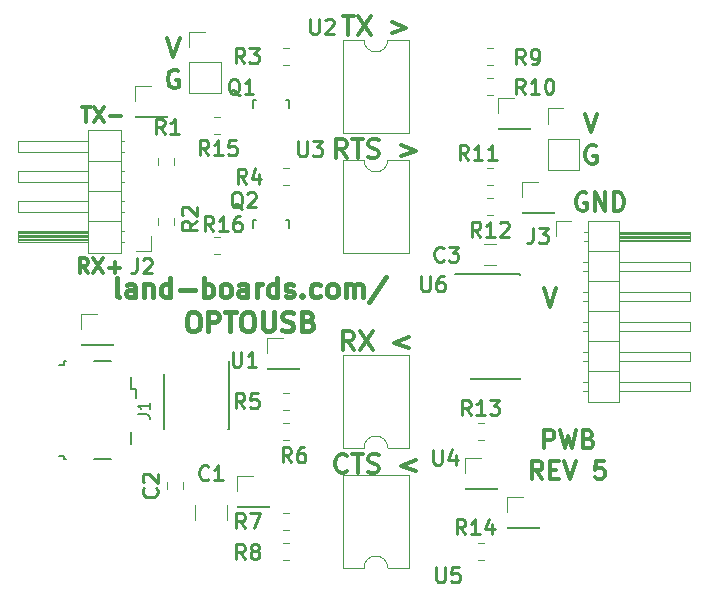
<source format=gbr>
G04 #@! TF.GenerationSoftware,KiCad,Pcbnew,(5.1.5)-3*
G04 #@! TF.CreationDate,2020-06-20T15:02:16-04:00*
G04 #@! TF.ProjectId,OptoUSB,4f70746f-5553-4422-9e6b-696361645f70,5*
G04 #@! TF.SameCoordinates,Original*
G04 #@! TF.FileFunction,Legend,Top*
G04 #@! TF.FilePolarity,Positive*
%FSLAX46Y46*%
G04 Gerber Fmt 4.6, Leading zero omitted, Abs format (unit mm)*
G04 Created by KiCad (PCBNEW (5.1.5)-3) date 2020-06-20 15:02:16*
%MOMM*%
%LPD*%
G04 APERTURE LIST*
%ADD10C,0.317500*%
%ADD11C,0.304800*%
%ADD12C,0.412750*%
%ADD13C,0.150000*%
%ADD14C,0.120000*%
%ADD15C,0.254000*%
G04 APERTURE END LIST*
D10*
X24213154Y-38920964D02*
X24137559Y-38996559D01*
X23910773Y-39072154D01*
X23759583Y-39072154D01*
X23532797Y-38996559D01*
X23381607Y-38845369D01*
X23306011Y-38694178D01*
X23230416Y-38391797D01*
X23230416Y-38165011D01*
X23306011Y-37862630D01*
X23381607Y-37711440D01*
X23532797Y-37560250D01*
X23759583Y-37484654D01*
X23910773Y-37484654D01*
X24137559Y-37560250D01*
X24213154Y-37635845D01*
X24666726Y-37484654D02*
X25573869Y-37484654D01*
X25120297Y-39072154D02*
X25120297Y-37484654D01*
X26027440Y-38996559D02*
X26254226Y-39072154D01*
X26632202Y-39072154D01*
X26783392Y-38996559D01*
X26858988Y-38920964D01*
X26934583Y-38769773D01*
X26934583Y-38618583D01*
X26858988Y-38467392D01*
X26783392Y-38391797D01*
X26632202Y-38316202D01*
X26329821Y-38240607D01*
X26178630Y-38165011D01*
X26103035Y-38089416D01*
X26027440Y-37938226D01*
X26027440Y-37787035D01*
X26103035Y-37635845D01*
X26178630Y-37560250D01*
X26329821Y-37484654D01*
X26707797Y-37484654D01*
X26934583Y-37560250D01*
X30033988Y-38013821D02*
X28824464Y-38467392D01*
X30033988Y-38920964D01*
X24817916Y-28658154D02*
X24288750Y-27902202D01*
X23910773Y-28658154D02*
X23910773Y-27070654D01*
X24515535Y-27070654D01*
X24666726Y-27146250D01*
X24742321Y-27221845D01*
X24817916Y-27373035D01*
X24817916Y-27599821D01*
X24742321Y-27751011D01*
X24666726Y-27826607D01*
X24515535Y-27902202D01*
X23910773Y-27902202D01*
X25347083Y-27070654D02*
X26405416Y-28658154D01*
X26405416Y-27070654D02*
X25347083Y-28658154D01*
X29429226Y-27599821D02*
X28219702Y-28053392D01*
X29429226Y-28506964D01*
X24213154Y-12402154D02*
X23683988Y-11646202D01*
X23306011Y-12402154D02*
X23306011Y-10814654D01*
X23910773Y-10814654D01*
X24061964Y-10890250D01*
X24137559Y-10965845D01*
X24213154Y-11117035D01*
X24213154Y-11343821D01*
X24137559Y-11495011D01*
X24061964Y-11570607D01*
X23910773Y-11646202D01*
X23306011Y-11646202D01*
X24666726Y-10814654D02*
X25573869Y-10814654D01*
X25120297Y-12402154D02*
X25120297Y-10814654D01*
X26027440Y-12326559D02*
X26254226Y-12402154D01*
X26632202Y-12402154D01*
X26783392Y-12326559D01*
X26858988Y-12250964D01*
X26934583Y-12099773D01*
X26934583Y-11948583D01*
X26858988Y-11797392D01*
X26783392Y-11721797D01*
X26632202Y-11646202D01*
X26329821Y-11570607D01*
X26178630Y-11495011D01*
X26103035Y-11419416D01*
X26027440Y-11268226D01*
X26027440Y-11117035D01*
X26103035Y-10965845D01*
X26178630Y-10890250D01*
X26329821Y-10814654D01*
X26707797Y-10814654D01*
X26934583Y-10890250D01*
X28824464Y-11343821D02*
X30033988Y-11797392D01*
X28824464Y-12250964D01*
X23872976Y-400654D02*
X24780119Y-400654D01*
X24326547Y-1988154D02*
X24326547Y-400654D01*
X25158095Y-400654D02*
X26216428Y-1988154D01*
X26216428Y-400654D02*
X25158095Y-1988154D01*
X28030714Y-929821D02*
X29240238Y-1383392D01*
X28030714Y-1836964D01*
X44339933Y-8639779D02*
X44869100Y-10227279D01*
X45398266Y-8639779D01*
X45284873Y-11414125D02*
X45133683Y-11338529D01*
X44906897Y-11338529D01*
X44680111Y-11414125D01*
X44528921Y-11565315D01*
X44453326Y-11716505D01*
X44377730Y-12018886D01*
X44377730Y-12245672D01*
X44453326Y-12548053D01*
X44528921Y-12699244D01*
X44680111Y-12850434D01*
X44906897Y-12926029D01*
X45058088Y-12926029D01*
X45284873Y-12850434D01*
X45360469Y-12774839D01*
X45360469Y-12245672D01*
X45058088Y-12245672D01*
X8995833Y-2226279D02*
X9525000Y-3813779D01*
X10054166Y-2226279D01*
X9940773Y-5000625D02*
X9789583Y-4925029D01*
X9562797Y-4925029D01*
X9336011Y-5000625D01*
X9184821Y-5151815D01*
X9109226Y-5303005D01*
X9033630Y-5605386D01*
X9033630Y-5832172D01*
X9109226Y-6134553D01*
X9184821Y-6285744D01*
X9336011Y-6436934D01*
X9562797Y-6512529D01*
X9713988Y-6512529D01*
X9940773Y-6436934D01*
X10016369Y-6361339D01*
X10016369Y-5832172D01*
X9713988Y-5832172D01*
D11*
X40892000Y-23423700D02*
X41400000Y-25023900D01*
X41908000Y-23423700D01*
D10*
X2304142Y-22164523D02*
X1880809Y-21559761D01*
X1578428Y-22164523D02*
X1578428Y-20894523D01*
X2062238Y-20894523D01*
X2183190Y-20955000D01*
X2243666Y-21015476D01*
X2304142Y-21136428D01*
X2304142Y-21317857D01*
X2243666Y-21438809D01*
X2183190Y-21499285D01*
X2062238Y-21559761D01*
X1578428Y-21559761D01*
X2727476Y-20894523D02*
X3574142Y-22164523D01*
X3574142Y-20894523D02*
X2727476Y-22164523D01*
X4057952Y-21680714D02*
X5025571Y-21680714D01*
X4541761Y-22164523D02*
X4541761Y-21196904D01*
X1802190Y-8105623D02*
X2527904Y-8105623D01*
X2165047Y-9375623D02*
X2165047Y-8105623D01*
X2830285Y-8105623D02*
X3676952Y-9375623D01*
X3676952Y-8105623D02*
X2830285Y-9375623D01*
X4160761Y-8891814D02*
X5128380Y-8891814D01*
D11*
X44495357Y-15392400D02*
X44350214Y-15316200D01*
X44132500Y-15316200D01*
X43914785Y-15392400D01*
X43769642Y-15544800D01*
X43697071Y-15697200D01*
X43624500Y-16002000D01*
X43624500Y-16230600D01*
X43697071Y-16535400D01*
X43769642Y-16687800D01*
X43914785Y-16840200D01*
X44132500Y-16916400D01*
X44277642Y-16916400D01*
X44495357Y-16840200D01*
X44567928Y-16764000D01*
X44567928Y-16230600D01*
X44277642Y-16230600D01*
X45221071Y-16916400D02*
X45221071Y-15316200D01*
X46091928Y-16916400D01*
X46091928Y-15316200D01*
X46817642Y-16916400D02*
X46817642Y-15316200D01*
X47180500Y-15316200D01*
X47398214Y-15392400D01*
X47543357Y-15544800D01*
X47615928Y-15697200D01*
X47688500Y-16002000D01*
X47688500Y-16230600D01*
X47615928Y-16535400D01*
X47543357Y-16687800D01*
X47398214Y-16840200D01*
X47180500Y-16916400D01*
X46817642Y-16916400D01*
D12*
X4943323Y-24194255D02*
X4786085Y-24115636D01*
X4707466Y-23958398D01*
X4707466Y-22543255D01*
X6279847Y-24194255D02*
X6279847Y-23329446D01*
X6201228Y-23172208D01*
X6043990Y-23093589D01*
X5729514Y-23093589D01*
X5572276Y-23172208D01*
X6279847Y-24115636D02*
X6122609Y-24194255D01*
X5729514Y-24194255D01*
X5572276Y-24115636D01*
X5493657Y-23958398D01*
X5493657Y-23801160D01*
X5572276Y-23643922D01*
X5729514Y-23565303D01*
X6122609Y-23565303D01*
X6279847Y-23486684D01*
X7066038Y-23093589D02*
X7066038Y-24194255D01*
X7066038Y-23250827D02*
X7144657Y-23172208D01*
X7301895Y-23093589D01*
X7537752Y-23093589D01*
X7694990Y-23172208D01*
X7773609Y-23329446D01*
X7773609Y-24194255D01*
X9267371Y-24194255D02*
X9267371Y-22543255D01*
X9267371Y-24115636D02*
X9110133Y-24194255D01*
X8795657Y-24194255D01*
X8638419Y-24115636D01*
X8559799Y-24037017D01*
X8481180Y-23879779D01*
X8481180Y-23408065D01*
X8559799Y-23250827D01*
X8638419Y-23172208D01*
X8795657Y-23093589D01*
X9110133Y-23093589D01*
X9267371Y-23172208D01*
X10053561Y-23565303D02*
X11311466Y-23565303D01*
X12097657Y-24194255D02*
X12097657Y-22543255D01*
X12097657Y-23172208D02*
X12254895Y-23093589D01*
X12569371Y-23093589D01*
X12726609Y-23172208D01*
X12805228Y-23250827D01*
X12883847Y-23408065D01*
X12883847Y-23879779D01*
X12805228Y-24037017D01*
X12726609Y-24115636D01*
X12569371Y-24194255D01*
X12254895Y-24194255D01*
X12097657Y-24115636D01*
X13827276Y-24194255D02*
X13670038Y-24115636D01*
X13591419Y-24037017D01*
X13512799Y-23879779D01*
X13512799Y-23408065D01*
X13591419Y-23250827D01*
X13670038Y-23172208D01*
X13827276Y-23093589D01*
X14063133Y-23093589D01*
X14220371Y-23172208D01*
X14298990Y-23250827D01*
X14377609Y-23408065D01*
X14377609Y-23879779D01*
X14298990Y-24037017D01*
X14220371Y-24115636D01*
X14063133Y-24194255D01*
X13827276Y-24194255D01*
X15792752Y-24194255D02*
X15792752Y-23329446D01*
X15714133Y-23172208D01*
X15556895Y-23093589D01*
X15242419Y-23093589D01*
X15085180Y-23172208D01*
X15792752Y-24115636D02*
X15635514Y-24194255D01*
X15242419Y-24194255D01*
X15085180Y-24115636D01*
X15006561Y-23958398D01*
X15006561Y-23801160D01*
X15085180Y-23643922D01*
X15242419Y-23565303D01*
X15635514Y-23565303D01*
X15792752Y-23486684D01*
X16578942Y-24194255D02*
X16578942Y-23093589D01*
X16578942Y-23408065D02*
X16657561Y-23250827D01*
X16736180Y-23172208D01*
X16893419Y-23093589D01*
X17050657Y-23093589D01*
X18308561Y-24194255D02*
X18308561Y-22543255D01*
X18308561Y-24115636D02*
X18151323Y-24194255D01*
X17836847Y-24194255D01*
X17679609Y-24115636D01*
X17600990Y-24037017D01*
X17522371Y-23879779D01*
X17522371Y-23408065D01*
X17600990Y-23250827D01*
X17679609Y-23172208D01*
X17836847Y-23093589D01*
X18151323Y-23093589D01*
X18308561Y-23172208D01*
X19016133Y-24115636D02*
X19173371Y-24194255D01*
X19487847Y-24194255D01*
X19645085Y-24115636D01*
X19723704Y-23958398D01*
X19723704Y-23879779D01*
X19645085Y-23722541D01*
X19487847Y-23643922D01*
X19251990Y-23643922D01*
X19094752Y-23565303D01*
X19016133Y-23408065D01*
X19016133Y-23329446D01*
X19094752Y-23172208D01*
X19251990Y-23093589D01*
X19487847Y-23093589D01*
X19645085Y-23172208D01*
X20431276Y-24037017D02*
X20509895Y-24115636D01*
X20431276Y-24194255D01*
X20352657Y-24115636D01*
X20431276Y-24037017D01*
X20431276Y-24194255D01*
X21925038Y-24115636D02*
X21767799Y-24194255D01*
X21453323Y-24194255D01*
X21296085Y-24115636D01*
X21217466Y-24037017D01*
X21138847Y-23879779D01*
X21138847Y-23408065D01*
X21217466Y-23250827D01*
X21296085Y-23172208D01*
X21453323Y-23093589D01*
X21767799Y-23093589D01*
X21925038Y-23172208D01*
X22868466Y-24194255D02*
X22711228Y-24115636D01*
X22632609Y-24037017D01*
X22553990Y-23879779D01*
X22553990Y-23408065D01*
X22632609Y-23250827D01*
X22711228Y-23172208D01*
X22868466Y-23093589D01*
X23104323Y-23093589D01*
X23261561Y-23172208D01*
X23340180Y-23250827D01*
X23418799Y-23408065D01*
X23418799Y-23879779D01*
X23340180Y-24037017D01*
X23261561Y-24115636D01*
X23104323Y-24194255D01*
X22868466Y-24194255D01*
X24126371Y-24194255D02*
X24126371Y-23093589D01*
X24126371Y-23250827D02*
X24204990Y-23172208D01*
X24362228Y-23093589D01*
X24598085Y-23093589D01*
X24755323Y-23172208D01*
X24833942Y-23329446D01*
X24833942Y-24194255D01*
X24833942Y-23329446D02*
X24912561Y-23172208D01*
X25069799Y-23093589D01*
X25305657Y-23093589D01*
X25462895Y-23172208D01*
X25541514Y-23329446D01*
X25541514Y-24194255D01*
X27506990Y-22464636D02*
X26091847Y-24587351D01*
X11036300Y-25432505D02*
X11350776Y-25432505D01*
X11508014Y-25511125D01*
X11665252Y-25668363D01*
X11743871Y-25982839D01*
X11743871Y-26533172D01*
X11665252Y-26847648D01*
X11508014Y-27004886D01*
X11350776Y-27083505D01*
X11036300Y-27083505D01*
X10879061Y-27004886D01*
X10721823Y-26847648D01*
X10643204Y-26533172D01*
X10643204Y-25982839D01*
X10721823Y-25668363D01*
X10879061Y-25511125D01*
X11036300Y-25432505D01*
X12451442Y-27083505D02*
X12451442Y-25432505D01*
X13080395Y-25432505D01*
X13237633Y-25511125D01*
X13316252Y-25589744D01*
X13394871Y-25746982D01*
X13394871Y-25982839D01*
X13316252Y-26140077D01*
X13237633Y-26218696D01*
X13080395Y-26297315D01*
X12451442Y-26297315D01*
X13866585Y-25432505D02*
X14810014Y-25432505D01*
X14338300Y-27083505D02*
X14338300Y-25432505D01*
X15674823Y-25432505D02*
X15989299Y-25432505D01*
X16146538Y-25511125D01*
X16303776Y-25668363D01*
X16382395Y-25982839D01*
X16382395Y-26533172D01*
X16303776Y-26847648D01*
X16146538Y-27004886D01*
X15989299Y-27083505D01*
X15674823Y-27083505D01*
X15517585Y-27004886D01*
X15360347Y-26847648D01*
X15281728Y-26533172D01*
X15281728Y-25982839D01*
X15360347Y-25668363D01*
X15517585Y-25511125D01*
X15674823Y-25432505D01*
X17089966Y-25432505D02*
X17089966Y-26769029D01*
X17168585Y-26926267D01*
X17247204Y-27004886D01*
X17404442Y-27083505D01*
X17718919Y-27083505D01*
X17876157Y-27004886D01*
X17954776Y-26926267D01*
X18033395Y-26769029D01*
X18033395Y-25432505D01*
X18740966Y-27004886D02*
X18976823Y-27083505D01*
X19369919Y-27083505D01*
X19527157Y-27004886D01*
X19605776Y-26926267D01*
X19684395Y-26769029D01*
X19684395Y-26611791D01*
X19605776Y-26454553D01*
X19527157Y-26375934D01*
X19369919Y-26297315D01*
X19055442Y-26218696D01*
X18898204Y-26140077D01*
X18819585Y-26061458D01*
X18740966Y-25904220D01*
X18740966Y-25746982D01*
X18819585Y-25589744D01*
X18898204Y-25511125D01*
X19055442Y-25432505D01*
X19448538Y-25432505D01*
X19684395Y-25511125D01*
X20942300Y-26218696D02*
X21178157Y-26297315D01*
X21256776Y-26375934D01*
X21335395Y-26533172D01*
X21335395Y-26769029D01*
X21256776Y-26926267D01*
X21178157Y-27004886D01*
X21020919Y-27083505D01*
X20391966Y-27083505D01*
X20391966Y-25432505D01*
X20942300Y-25432505D01*
X21099538Y-25511125D01*
X21178157Y-25589744D01*
X21256776Y-25746982D01*
X21256776Y-25904220D01*
X21178157Y-26061458D01*
X21099538Y-26140077D01*
X20942300Y-26218696D01*
X20391966Y-26218696D01*
D11*
X40919400Y-36998728D02*
X40919400Y-35474728D01*
X41499971Y-35474728D01*
X41645114Y-35547300D01*
X41717685Y-35619871D01*
X41790257Y-35765014D01*
X41790257Y-35982728D01*
X41717685Y-36127871D01*
X41645114Y-36200442D01*
X41499971Y-36273014D01*
X40919400Y-36273014D01*
X42298257Y-35474728D02*
X42661114Y-36998728D01*
X42951400Y-35910157D01*
X43241685Y-36998728D01*
X43604542Y-35474728D01*
X44693114Y-36200442D02*
X44910828Y-36273014D01*
X44983400Y-36345585D01*
X45055971Y-36490728D01*
X45055971Y-36708442D01*
X44983400Y-36853585D01*
X44910828Y-36926157D01*
X44765685Y-36998728D01*
X44185114Y-36998728D01*
X44185114Y-35474728D01*
X44693114Y-35474728D01*
X44838257Y-35547300D01*
X44910828Y-35619871D01*
X44983400Y-35765014D01*
X44983400Y-35910157D01*
X44910828Y-36055300D01*
X44838257Y-36127871D01*
X44693114Y-36200442D01*
X44185114Y-36200442D01*
X40774257Y-39589528D02*
X40266257Y-38863814D01*
X39903400Y-39589528D02*
X39903400Y-38065528D01*
X40483971Y-38065528D01*
X40629114Y-38138100D01*
X40701685Y-38210671D01*
X40774257Y-38355814D01*
X40774257Y-38573528D01*
X40701685Y-38718671D01*
X40629114Y-38791242D01*
X40483971Y-38863814D01*
X39903400Y-38863814D01*
X41427400Y-38791242D02*
X41935400Y-38791242D01*
X42153114Y-39589528D02*
X41427400Y-39589528D01*
X41427400Y-38065528D01*
X42153114Y-38065528D01*
X42588542Y-38065528D02*
X43096542Y-39589528D01*
X43604542Y-38065528D01*
X45999400Y-38065528D02*
X45273685Y-38065528D01*
X45201114Y-38791242D01*
X45273685Y-38718671D01*
X45418828Y-38646100D01*
X45781685Y-38646100D01*
X45926828Y-38718671D01*
X45999400Y-38791242D01*
X46071971Y-38936385D01*
X46071971Y-39299242D01*
X45999400Y-39444385D01*
X45926828Y-39516957D01*
X45781685Y-39589528D01*
X45418828Y-39589528D01*
X45273685Y-39516957D01*
X45201114Y-39444385D01*
D13*
X4206000Y-29632000D02*
X2806000Y-29632000D01*
X406000Y-29632000D02*
X256000Y-29632000D01*
X256000Y-29632000D02*
X256000Y-29932000D01*
X256000Y-29932000D02*
X-194000Y-29932000D01*
X-194000Y-37632000D02*
X256000Y-37632000D01*
X256000Y-37632000D02*
X256000Y-37932000D01*
X256000Y-37932000D02*
X406000Y-37932000D01*
X2806000Y-37932000D02*
X4206000Y-37932000D01*
X6381000Y-32707000D02*
X6381000Y-31982000D01*
X6381000Y-31982000D02*
X5956000Y-31982000D01*
X5956000Y-31982000D02*
X5956000Y-30982000D01*
X5956000Y-35582000D02*
X5956000Y-36582000D01*
D14*
X10362000Y-39870748D02*
X10362000Y-40393252D01*
X8942000Y-39870748D02*
X8942000Y-40393252D01*
X11340000Y-43020064D02*
X11340000Y-41815936D01*
X14060000Y-43020064D02*
X14060000Y-41815936D01*
X44620000Y-17720000D02*
X44620000Y-33080000D01*
X44620000Y-33080000D02*
X47280000Y-33080000D01*
X47280000Y-33080000D02*
X47280000Y-17720000D01*
X47280000Y-17720000D02*
X44620000Y-17720000D01*
X47280000Y-18670000D02*
X53280000Y-18670000D01*
X53280000Y-18670000D02*
X53280000Y-19430000D01*
X53280000Y-19430000D02*
X47280000Y-19430000D01*
X47280000Y-18730000D02*
X53280000Y-18730000D01*
X47280000Y-18850000D02*
X53280000Y-18850000D01*
X47280000Y-18970000D02*
X53280000Y-18970000D01*
X47280000Y-19090000D02*
X53280000Y-19090000D01*
X47280000Y-19210000D02*
X53280000Y-19210000D01*
X47280000Y-19330000D02*
X53280000Y-19330000D01*
X44290000Y-18670000D02*
X44620000Y-18670000D01*
X44290000Y-19430000D02*
X44620000Y-19430000D01*
X44620000Y-20320000D02*
X47280000Y-20320000D01*
X47280000Y-21210000D02*
X53280000Y-21210000D01*
X53280000Y-21210000D02*
X53280000Y-21970000D01*
X53280000Y-21970000D02*
X47280000Y-21970000D01*
X44222929Y-21210000D02*
X44620000Y-21210000D01*
X44222929Y-21970000D02*
X44620000Y-21970000D01*
X44620000Y-22860000D02*
X47280000Y-22860000D01*
X47280000Y-23750000D02*
X53280000Y-23750000D01*
X53280000Y-23750000D02*
X53280000Y-24510000D01*
X53280000Y-24510000D02*
X47280000Y-24510000D01*
X44222929Y-23750000D02*
X44620000Y-23750000D01*
X44222929Y-24510000D02*
X44620000Y-24510000D01*
X44620000Y-25400000D02*
X47280000Y-25400000D01*
X47280000Y-26290000D02*
X53280000Y-26290000D01*
X53280000Y-26290000D02*
X53280000Y-27050000D01*
X53280000Y-27050000D02*
X47280000Y-27050000D01*
X44222929Y-26290000D02*
X44620000Y-26290000D01*
X44222929Y-27050000D02*
X44620000Y-27050000D01*
X44620000Y-27940000D02*
X47280000Y-27940000D01*
X47280000Y-28830000D02*
X53280000Y-28830000D01*
X53280000Y-28830000D02*
X53280000Y-29590000D01*
X53280000Y-29590000D02*
X47280000Y-29590000D01*
X44222929Y-28830000D02*
X44620000Y-28830000D01*
X44222929Y-29590000D02*
X44620000Y-29590000D01*
X44620000Y-30480000D02*
X47280000Y-30480000D01*
X47280000Y-31370000D02*
X53280000Y-31370000D01*
X53280000Y-31370000D02*
X53280000Y-32130000D01*
X53280000Y-32130000D02*
X47280000Y-32130000D01*
X44222929Y-31370000D02*
X44620000Y-31370000D01*
X44222929Y-32130000D02*
X44620000Y-32130000D01*
X41910000Y-19050000D02*
X41910000Y-17780000D01*
X41910000Y-17780000D02*
X43180000Y-17780000D01*
X36583252Y-3100000D02*
X36060748Y-3100000D01*
X36583252Y-4520000D02*
X36060748Y-4520000D01*
X13469252Y-10362000D02*
X12946748Y-10362000D01*
X13469252Y-8942000D02*
X12946748Y-8942000D01*
X35298748Y-46430000D02*
X35821252Y-46430000D01*
X35298748Y-45010000D02*
X35821252Y-45010000D01*
X35298748Y-34850000D02*
X35821252Y-34850000D01*
X35298748Y-36270000D02*
X35821252Y-36270000D01*
X36583252Y-15800000D02*
X36060748Y-15800000D01*
X36583252Y-17220000D02*
X36060748Y-17220000D01*
X36583252Y-14680000D02*
X36060748Y-14680000D01*
X36583252Y-13260000D02*
X36060748Y-13260000D01*
X8180000Y-12438748D02*
X8180000Y-12961252D01*
X9600000Y-12438748D02*
X9600000Y-12961252D01*
X9600000Y-17518748D02*
X9600000Y-18041252D01*
X8180000Y-17518748D02*
X8180000Y-18041252D01*
X18788748Y-4520000D02*
X19311252Y-4520000D01*
X18788748Y-3100000D02*
X19311252Y-3100000D01*
X18788748Y-13260000D02*
X19311252Y-13260000D01*
X18788748Y-14680000D02*
X19311252Y-14680000D01*
X18788748Y-33730000D02*
X19311252Y-33730000D01*
X18788748Y-32310000D02*
X19311252Y-32310000D01*
X18788748Y-34850000D02*
X19311252Y-34850000D01*
X18788748Y-36270000D02*
X19311252Y-36270000D01*
X18788748Y-43890000D02*
X19311252Y-43890000D01*
X18788748Y-42470000D02*
X19311252Y-42470000D01*
X18788748Y-45010000D02*
X19311252Y-45010000D01*
X18788748Y-46430000D02*
X19311252Y-46430000D01*
X36583252Y-5640000D02*
X36060748Y-5640000D01*
X36583252Y-7060000D02*
X36060748Y-7060000D01*
X13469252Y-20522000D02*
X12946748Y-20522000D01*
X13469252Y-19102000D02*
X12946748Y-19102000D01*
D13*
X34755000Y-22220000D02*
X34755000Y-22245000D01*
X38905000Y-22220000D02*
X38905000Y-22335000D01*
X38905000Y-31120000D02*
X38905000Y-31005000D01*
X34755000Y-31120000D02*
X34755000Y-31005000D01*
X34755000Y-22220000D02*
X38905000Y-22220000D01*
X34755000Y-31120000D02*
X38905000Y-31120000D01*
X34755000Y-22245000D02*
X33380000Y-22245000D01*
D14*
X5070000Y-20440000D02*
X5070000Y-17780000D01*
X5070000Y-17780000D02*
X2330000Y-17780000D01*
X2330000Y-17780000D02*
X2330000Y-20440000D01*
X2330000Y-20440000D02*
X5070000Y-20440000D01*
X2330000Y-19490000D02*
X2330000Y-18610000D01*
X2330000Y-18610000D02*
X-3670000Y-18610000D01*
X-3670000Y-18610000D02*
X-3670000Y-19490000D01*
X-3670000Y-19490000D02*
X2330000Y-19490000D01*
X5380000Y-19490000D02*
X5070000Y-19490000D01*
X5380000Y-18610000D02*
X5070000Y-18610000D01*
X2330000Y-19370000D02*
X-3670000Y-19370000D01*
X2330000Y-19250000D02*
X-3670000Y-19250000D01*
X2330000Y-19130000D02*
X-3670000Y-19130000D01*
X2330000Y-19010000D02*
X-3670000Y-19010000D01*
X2330000Y-18890000D02*
X-3670000Y-18890000D01*
X2330000Y-18770000D02*
X-3670000Y-18770000D01*
X2330000Y-18650000D02*
X-3670000Y-18650000D01*
X5070000Y-17780000D02*
X5070000Y-15240000D01*
X5070000Y-15240000D02*
X2330000Y-15240000D01*
X2330000Y-15240000D02*
X2330000Y-17780000D01*
X2330000Y-17780000D02*
X5070000Y-17780000D01*
X2330000Y-16950000D02*
X2330000Y-16070000D01*
X2330000Y-16070000D02*
X-3670000Y-16070000D01*
X-3670000Y-16070000D02*
X-3670000Y-16950000D01*
X-3670000Y-16950000D02*
X2330000Y-16950000D01*
X5380000Y-16950000D02*
X5070000Y-16950000D01*
X5380000Y-16070000D02*
X5070000Y-16070000D01*
X5070000Y-15240000D02*
X5070000Y-12700000D01*
X5070000Y-12700000D02*
X2330000Y-12700000D01*
X2330000Y-12700000D02*
X2330000Y-15240000D01*
X2330000Y-15240000D02*
X5070000Y-15240000D01*
X2330000Y-14410000D02*
X2330000Y-13530000D01*
X2330000Y-13530000D02*
X-3670000Y-13530000D01*
X-3670000Y-13530000D02*
X-3670000Y-14410000D01*
X-3670000Y-14410000D02*
X2330000Y-14410000D01*
X5380000Y-14410000D02*
X5070000Y-14410000D01*
X5380000Y-13530000D02*
X5070000Y-13530000D01*
X5070000Y-12700000D02*
X5070000Y-10040000D01*
X5070000Y-10040000D02*
X2330000Y-10040000D01*
X2330000Y-10040000D02*
X2330000Y-12700000D01*
X2330000Y-12700000D02*
X5070000Y-12700000D01*
X2330000Y-11870000D02*
X2330000Y-10990000D01*
X2330000Y-10990000D02*
X-3670000Y-10990000D01*
X-3670000Y-10990000D02*
X-3670000Y-11870000D01*
X-3670000Y-11870000D02*
X2330000Y-11870000D01*
X5380000Y-11870000D02*
X5070000Y-11870000D01*
X5380000Y-10990000D02*
X5070000Y-10990000D01*
X7620000Y-19050000D02*
X7620000Y-20320000D01*
X7620000Y-20320000D02*
X6350000Y-20320000D01*
D13*
X14230000Y-35320000D02*
X14130000Y-35320000D01*
X8705000Y-35345000D02*
X8730000Y-35345000D01*
X8705000Y-30695000D02*
X8730000Y-30695000D01*
X14230000Y-29620000D02*
X14230000Y-35320000D01*
X8705000Y-30695000D02*
X8705000Y-35345000D01*
D14*
X25670000Y-36950000D02*
G75*
G02X27670000Y-36950000I1000000J0D01*
G01*
X27670000Y-36950000D02*
X29440000Y-36950000D01*
X29440000Y-36950000D02*
X29440000Y-29090000D01*
X29440000Y-29090000D02*
X23900000Y-29090000D01*
X23900000Y-29090000D02*
X23900000Y-36950000D01*
X23900000Y-36950000D02*
X25670000Y-36950000D01*
X27670000Y-2420000D02*
G75*
G02X25670000Y-2420000I-1000000J0D01*
G01*
X25670000Y-2420000D02*
X23900000Y-2420000D01*
X23900000Y-2420000D02*
X23900000Y-10280000D01*
X23900000Y-10280000D02*
X29440000Y-10280000D01*
X29440000Y-10280000D02*
X29440000Y-2420000D01*
X29440000Y-2420000D02*
X27670000Y-2420000D01*
X25670000Y-47110000D02*
G75*
G02X27670000Y-47110000I1000000J0D01*
G01*
X27670000Y-47110000D02*
X29440000Y-47110000D01*
X29440000Y-47110000D02*
X29440000Y-39250000D01*
X29440000Y-39250000D02*
X23900000Y-39250000D01*
X23900000Y-39250000D02*
X23900000Y-47110000D01*
X23900000Y-47110000D02*
X25670000Y-47110000D01*
X27670000Y-12580000D02*
G75*
G02X25670000Y-12580000I-1000000J0D01*
G01*
X25670000Y-12580000D02*
X23900000Y-12580000D01*
X23900000Y-12580000D02*
X23900000Y-20440000D01*
X23900000Y-20440000D02*
X29440000Y-20440000D01*
X29440000Y-20440000D02*
X29440000Y-12580000D01*
X29440000Y-12580000D02*
X27670000Y-12580000D01*
D13*
X16280180Y-18338800D02*
X16280180Y-17637760D01*
X16280180Y-17637760D02*
X16529100Y-17637760D01*
X19079160Y-17637760D02*
X19279820Y-17637760D01*
X19279820Y-17637760D02*
X19279820Y-18338800D01*
X16280180Y-8178800D02*
X16280180Y-7477760D01*
X16280180Y-7477760D02*
X16529100Y-7477760D01*
X19079160Y-7477760D02*
X19279820Y-7477760D01*
X19279820Y-7477760D02*
X19279820Y-8178800D01*
D14*
X36822000Y-19724000D02*
X35822000Y-19724000D01*
X35822000Y-21424000D02*
X36822000Y-21424000D01*
X10862000Y-4318000D02*
X10862000Y-6918000D01*
X10862000Y-6918000D02*
X13522000Y-6918000D01*
X13522000Y-6918000D02*
X13522000Y-4318000D01*
X13522000Y-4318000D02*
X10862000Y-4318000D01*
X10862000Y-3048000D02*
X10862000Y-1718000D01*
X10862000Y-1718000D02*
X12192000Y-1718000D01*
X41215000Y-10795000D02*
X41215000Y-13395000D01*
X41215000Y-13395000D02*
X43875000Y-13395000D01*
X43875000Y-13395000D02*
X43875000Y-10795000D01*
X43875000Y-10795000D02*
X41215000Y-10795000D01*
X41215000Y-9525000D02*
X41215000Y-8195000D01*
X41215000Y-8195000D02*
X42545000Y-8195000D01*
X6290000Y-6290000D02*
X7620000Y-6290000D01*
X6290000Y-7620000D02*
X6290000Y-6290000D01*
X6290000Y-8890000D02*
X8950000Y-8890000D01*
X8950000Y-8890000D02*
X8950000Y-8950000D01*
X6290000Y-8890000D02*
X6290000Y-8950000D01*
X6290000Y-8950000D02*
X8950000Y-8950000D01*
X1718000Y-28254000D02*
X4378000Y-28254000D01*
X1718000Y-28194000D02*
X1718000Y-28254000D01*
X4378000Y-28194000D02*
X4378000Y-28254000D01*
X1718000Y-28194000D02*
X4378000Y-28194000D01*
X1718000Y-26924000D02*
X1718000Y-25594000D01*
X1718000Y-25594000D02*
X3048000Y-25594000D01*
X37024000Y-7306000D02*
X38354000Y-7306000D01*
X37024000Y-8636000D02*
X37024000Y-7306000D01*
X37024000Y-9906000D02*
X39684000Y-9906000D01*
X39684000Y-9906000D02*
X39684000Y-9966000D01*
X37024000Y-9906000D02*
X37024000Y-9966000D01*
X37024000Y-9966000D02*
X39684000Y-9966000D01*
X39056000Y-17078000D02*
X41716000Y-17078000D01*
X39056000Y-17018000D02*
X39056000Y-17078000D01*
X41716000Y-17018000D02*
X41716000Y-17078000D01*
X39056000Y-17018000D02*
X41716000Y-17018000D01*
X39056000Y-15748000D02*
X39056000Y-14418000D01*
X39056000Y-14418000D02*
X40386000Y-14418000D01*
X37786000Y-43748000D02*
X40446000Y-43748000D01*
X37786000Y-43688000D02*
X37786000Y-43748000D01*
X40446000Y-43688000D02*
X40446000Y-43748000D01*
X37786000Y-43688000D02*
X40446000Y-43688000D01*
X37786000Y-42418000D02*
X37786000Y-41088000D01*
X37786000Y-41088000D02*
X39116000Y-41088000D01*
X34230000Y-37786000D02*
X35560000Y-37786000D01*
X34230000Y-39116000D02*
X34230000Y-37786000D01*
X34230000Y-40386000D02*
X36890000Y-40386000D01*
X36890000Y-40386000D02*
X36890000Y-40446000D01*
X34230000Y-40386000D02*
X34230000Y-40446000D01*
X34230000Y-40446000D02*
X36890000Y-40446000D01*
X17466000Y-27626000D02*
X18796000Y-27626000D01*
X17466000Y-28956000D02*
X17466000Y-27626000D01*
X17466000Y-30226000D02*
X20126000Y-30226000D01*
X20126000Y-30226000D02*
X20126000Y-30286000D01*
X17466000Y-30226000D02*
X17466000Y-30286000D01*
X17466000Y-30286000D02*
X20126000Y-30286000D01*
X14926000Y-41970000D02*
X17586000Y-41970000D01*
X14926000Y-41910000D02*
X14926000Y-41970000D01*
X17586000Y-41910000D02*
X17586000Y-41970000D01*
X14926000Y-41910000D02*
X17586000Y-41910000D01*
X14926000Y-40640000D02*
X14926000Y-39310000D01*
X14926000Y-39310000D02*
X16256000Y-39310000D01*
D13*
X6508380Y-34115333D02*
X7222666Y-34115333D01*
X7365523Y-34162952D01*
X7460761Y-34258190D01*
X7508380Y-34401047D01*
X7508380Y-34496285D01*
X7508380Y-33115333D02*
X7508380Y-33686761D01*
X7508380Y-33401047D02*
X6508380Y-33401047D01*
X6651238Y-33496285D01*
X6746476Y-33591523D01*
X6794095Y-33686761D01*
D15*
X8073571Y-40343666D02*
X8134047Y-40404142D01*
X8194523Y-40585571D01*
X8194523Y-40706523D01*
X8134047Y-40887952D01*
X8013095Y-41008904D01*
X7892142Y-41069380D01*
X7650238Y-41129857D01*
X7468809Y-41129857D01*
X7226904Y-41069380D01*
X7105952Y-41008904D01*
X6985000Y-40887952D01*
X6924523Y-40706523D01*
X6924523Y-40585571D01*
X6985000Y-40404142D01*
X7045476Y-40343666D01*
X7045476Y-39859857D02*
X6985000Y-39799380D01*
X6924523Y-39678428D01*
X6924523Y-39376047D01*
X6985000Y-39255095D01*
X7045476Y-39194619D01*
X7166428Y-39134142D01*
X7287380Y-39134142D01*
X7468809Y-39194619D01*
X8194523Y-39920333D01*
X8194523Y-39134142D01*
X12488333Y-39569571D02*
X12427857Y-39630047D01*
X12246428Y-39690523D01*
X12125476Y-39690523D01*
X11944047Y-39630047D01*
X11823095Y-39509095D01*
X11762619Y-39388142D01*
X11702142Y-39146238D01*
X11702142Y-38964809D01*
X11762619Y-38722904D01*
X11823095Y-38601952D01*
X11944047Y-38481000D01*
X12125476Y-38420523D01*
X12246428Y-38420523D01*
X12427857Y-38481000D01*
X12488333Y-38541476D01*
X13697857Y-39690523D02*
X12972142Y-39690523D01*
X13335000Y-39690523D02*
X13335000Y-38420523D01*
X13214047Y-38601952D01*
X13093095Y-38722904D01*
X12972142Y-38783380D01*
X39962666Y-18354523D02*
X39962666Y-19261666D01*
X39902190Y-19443095D01*
X39781238Y-19564047D01*
X39599809Y-19624523D01*
X39478857Y-19624523D01*
X40446476Y-18354523D02*
X41232666Y-18354523D01*
X40809333Y-18838333D01*
X40990761Y-18838333D01*
X41111714Y-18898809D01*
X41172190Y-18959285D01*
X41232666Y-19080238D01*
X41232666Y-19382619D01*
X41172190Y-19503571D01*
X41111714Y-19564047D01*
X40990761Y-19624523D01*
X40627904Y-19624523D01*
X40506952Y-19564047D01*
X40446476Y-19503571D01*
X39288333Y-4474523D02*
X38865000Y-3869761D01*
X38562619Y-4474523D02*
X38562619Y-3204523D01*
X39046428Y-3204523D01*
X39167380Y-3265000D01*
X39227857Y-3325476D01*
X39288333Y-3446428D01*
X39288333Y-3627857D01*
X39227857Y-3748809D01*
X39167380Y-3809285D01*
X39046428Y-3869761D01*
X38562619Y-3869761D01*
X39893095Y-4474523D02*
X40135000Y-4474523D01*
X40255952Y-4414047D01*
X40316428Y-4353571D01*
X40437380Y-4172142D01*
X40497857Y-3930238D01*
X40497857Y-3446428D01*
X40437380Y-3325476D01*
X40376904Y-3265000D01*
X40255952Y-3204523D01*
X40014047Y-3204523D01*
X39893095Y-3265000D01*
X39832619Y-3325476D01*
X39772142Y-3446428D01*
X39772142Y-3748809D01*
X39832619Y-3869761D01*
X39893095Y-3930238D01*
X40014047Y-3990714D01*
X40255952Y-3990714D01*
X40376904Y-3930238D01*
X40437380Y-3869761D01*
X40497857Y-3748809D01*
X12483571Y-12174523D02*
X12060238Y-11569761D01*
X11757857Y-12174523D02*
X11757857Y-10904523D01*
X12241666Y-10904523D01*
X12362619Y-10965000D01*
X12423095Y-11025476D01*
X12483571Y-11146428D01*
X12483571Y-11327857D01*
X12423095Y-11448809D01*
X12362619Y-11509285D01*
X12241666Y-11569761D01*
X11757857Y-11569761D01*
X13693095Y-12174523D02*
X12967380Y-12174523D01*
X13330238Y-12174523D02*
X13330238Y-10904523D01*
X13209285Y-11085952D01*
X13088333Y-11206904D01*
X12967380Y-11267380D01*
X14842142Y-10904523D02*
X14237380Y-10904523D01*
X14176904Y-11509285D01*
X14237380Y-11448809D01*
X14358333Y-11388333D01*
X14660714Y-11388333D01*
X14781666Y-11448809D01*
X14842142Y-11509285D01*
X14902619Y-11630238D01*
X14902619Y-11932619D01*
X14842142Y-12053571D01*
X14781666Y-12114047D01*
X14660714Y-12174523D01*
X14358333Y-12174523D01*
X14237380Y-12114047D01*
X14176904Y-12053571D01*
X34235571Y-44262523D02*
X33812238Y-43657761D01*
X33509857Y-44262523D02*
X33509857Y-42992523D01*
X33993666Y-42992523D01*
X34114619Y-43053000D01*
X34175095Y-43113476D01*
X34235571Y-43234428D01*
X34235571Y-43415857D01*
X34175095Y-43536809D01*
X34114619Y-43597285D01*
X33993666Y-43657761D01*
X33509857Y-43657761D01*
X35445095Y-44262523D02*
X34719380Y-44262523D01*
X35082238Y-44262523D02*
X35082238Y-42992523D01*
X34961285Y-43173952D01*
X34840333Y-43294904D01*
X34719380Y-43355380D01*
X36533666Y-43415857D02*
X36533666Y-44262523D01*
X36231285Y-42932047D02*
X35928904Y-43839190D01*
X36715095Y-43839190D01*
X34683571Y-34174523D02*
X34260238Y-33569761D01*
X33957857Y-34174523D02*
X33957857Y-32904523D01*
X34441666Y-32904523D01*
X34562619Y-32965000D01*
X34623095Y-33025476D01*
X34683571Y-33146428D01*
X34683571Y-33327857D01*
X34623095Y-33448809D01*
X34562619Y-33509285D01*
X34441666Y-33569761D01*
X33957857Y-33569761D01*
X35893095Y-34174523D02*
X35167380Y-34174523D01*
X35530238Y-34174523D02*
X35530238Y-32904523D01*
X35409285Y-33085952D01*
X35288333Y-33206904D01*
X35167380Y-33267380D01*
X36316428Y-32904523D02*
X37102619Y-32904523D01*
X36679285Y-33388333D01*
X36860714Y-33388333D01*
X36981666Y-33448809D01*
X37042142Y-33509285D01*
X37102619Y-33630238D01*
X37102619Y-33932619D01*
X37042142Y-34053571D01*
X36981666Y-34114047D01*
X36860714Y-34174523D01*
X36497857Y-34174523D01*
X36376904Y-34114047D01*
X36316428Y-34053571D01*
X35505571Y-19074523D02*
X35082238Y-18469761D01*
X34779857Y-19074523D02*
X34779857Y-17804523D01*
X35263666Y-17804523D01*
X35384619Y-17865000D01*
X35445095Y-17925476D01*
X35505571Y-18046428D01*
X35505571Y-18227857D01*
X35445095Y-18348809D01*
X35384619Y-18409285D01*
X35263666Y-18469761D01*
X34779857Y-18469761D01*
X36715095Y-19074523D02*
X35989380Y-19074523D01*
X36352238Y-19074523D02*
X36352238Y-17804523D01*
X36231285Y-17985952D01*
X36110333Y-18106904D01*
X35989380Y-18167380D01*
X37198904Y-17925476D02*
X37259380Y-17865000D01*
X37380333Y-17804523D01*
X37682714Y-17804523D01*
X37803666Y-17865000D01*
X37864142Y-17925476D01*
X37924619Y-18046428D01*
X37924619Y-18167380D01*
X37864142Y-18348809D01*
X37138428Y-19074523D01*
X37924619Y-19074523D01*
X34483571Y-12574523D02*
X34060238Y-11969761D01*
X33757857Y-12574523D02*
X33757857Y-11304523D01*
X34241666Y-11304523D01*
X34362619Y-11365000D01*
X34423095Y-11425476D01*
X34483571Y-11546428D01*
X34483571Y-11727857D01*
X34423095Y-11848809D01*
X34362619Y-11909285D01*
X34241666Y-11969761D01*
X33757857Y-11969761D01*
X35693095Y-12574523D02*
X34967380Y-12574523D01*
X35330238Y-12574523D02*
X35330238Y-11304523D01*
X35209285Y-11485952D01*
X35088333Y-11606904D01*
X34967380Y-11667380D01*
X36902619Y-12574523D02*
X36176904Y-12574523D01*
X36539761Y-12574523D02*
X36539761Y-11304523D01*
X36418809Y-11485952D01*
X36297857Y-11606904D01*
X36176904Y-11667380D01*
X8788333Y-10374523D02*
X8365000Y-9769761D01*
X8062619Y-10374523D02*
X8062619Y-9104523D01*
X8546428Y-9104523D01*
X8667380Y-9165000D01*
X8727857Y-9225476D01*
X8788333Y-9346428D01*
X8788333Y-9527857D01*
X8727857Y-9648809D01*
X8667380Y-9709285D01*
X8546428Y-9769761D01*
X8062619Y-9769761D01*
X9997857Y-10374523D02*
X9272142Y-10374523D01*
X9635000Y-10374523D02*
X9635000Y-9104523D01*
X9514047Y-9285952D01*
X9393095Y-9406904D01*
X9272142Y-9467380D01*
X11496523Y-17737666D02*
X10891761Y-18161000D01*
X11496523Y-18463380D02*
X10226523Y-18463380D01*
X10226523Y-17979571D01*
X10287000Y-17858619D01*
X10347476Y-17798142D01*
X10468428Y-17737666D01*
X10649857Y-17737666D01*
X10770809Y-17798142D01*
X10831285Y-17858619D01*
X10891761Y-17979571D01*
X10891761Y-18463380D01*
X10347476Y-17253857D02*
X10287000Y-17193380D01*
X10226523Y-17072428D01*
X10226523Y-16770047D01*
X10287000Y-16649095D01*
X10347476Y-16588619D01*
X10468428Y-16528142D01*
X10589380Y-16528142D01*
X10770809Y-16588619D01*
X11496523Y-17314333D01*
X11496523Y-16528142D01*
X15536333Y-4384523D02*
X15113000Y-3779761D01*
X14810619Y-4384523D02*
X14810619Y-3114523D01*
X15294428Y-3114523D01*
X15415380Y-3175000D01*
X15475857Y-3235476D01*
X15536333Y-3356428D01*
X15536333Y-3537857D01*
X15475857Y-3658809D01*
X15415380Y-3719285D01*
X15294428Y-3779761D01*
X14810619Y-3779761D01*
X15959666Y-3114523D02*
X16745857Y-3114523D01*
X16322523Y-3598333D01*
X16503952Y-3598333D01*
X16624904Y-3658809D01*
X16685380Y-3719285D01*
X16745857Y-3840238D01*
X16745857Y-4142619D01*
X16685380Y-4263571D01*
X16624904Y-4324047D01*
X16503952Y-4384523D01*
X16141095Y-4384523D01*
X16020142Y-4324047D01*
X15959666Y-4263571D01*
X15688333Y-14574523D02*
X15265000Y-13969761D01*
X14962619Y-14574523D02*
X14962619Y-13304523D01*
X15446428Y-13304523D01*
X15567380Y-13365000D01*
X15627857Y-13425476D01*
X15688333Y-13546428D01*
X15688333Y-13727857D01*
X15627857Y-13848809D01*
X15567380Y-13909285D01*
X15446428Y-13969761D01*
X14962619Y-13969761D01*
X16776904Y-13727857D02*
X16776904Y-14574523D01*
X16474523Y-13244047D02*
X16172142Y-14151190D01*
X16958333Y-14151190D01*
X15536333Y-33594523D02*
X15113000Y-32989761D01*
X14810619Y-33594523D02*
X14810619Y-32324523D01*
X15294428Y-32324523D01*
X15415380Y-32385000D01*
X15475857Y-32445476D01*
X15536333Y-32566428D01*
X15536333Y-32747857D01*
X15475857Y-32868809D01*
X15415380Y-32929285D01*
X15294428Y-32989761D01*
X14810619Y-32989761D01*
X16685380Y-32324523D02*
X16080619Y-32324523D01*
X16020142Y-32929285D01*
X16080619Y-32868809D01*
X16201571Y-32808333D01*
X16503952Y-32808333D01*
X16624904Y-32868809D01*
X16685380Y-32929285D01*
X16745857Y-33050238D01*
X16745857Y-33352619D01*
X16685380Y-33473571D01*
X16624904Y-33534047D01*
X16503952Y-33594523D01*
X16201571Y-33594523D01*
X16080619Y-33534047D01*
X16020142Y-33473571D01*
X19488333Y-38174523D02*
X19065000Y-37569761D01*
X18762619Y-38174523D02*
X18762619Y-36904523D01*
X19246428Y-36904523D01*
X19367380Y-36965000D01*
X19427857Y-37025476D01*
X19488333Y-37146428D01*
X19488333Y-37327857D01*
X19427857Y-37448809D01*
X19367380Y-37509285D01*
X19246428Y-37569761D01*
X18762619Y-37569761D01*
X20576904Y-36904523D02*
X20335000Y-36904523D01*
X20214047Y-36965000D01*
X20153571Y-37025476D01*
X20032619Y-37206904D01*
X19972142Y-37448809D01*
X19972142Y-37932619D01*
X20032619Y-38053571D01*
X20093095Y-38114047D01*
X20214047Y-38174523D01*
X20455952Y-38174523D01*
X20576904Y-38114047D01*
X20637380Y-38053571D01*
X20697857Y-37932619D01*
X20697857Y-37630238D01*
X20637380Y-37509285D01*
X20576904Y-37448809D01*
X20455952Y-37388333D01*
X20214047Y-37388333D01*
X20093095Y-37448809D01*
X20032619Y-37509285D01*
X19972142Y-37630238D01*
X15588333Y-43774523D02*
X15165000Y-43169761D01*
X14862619Y-43774523D02*
X14862619Y-42504523D01*
X15346428Y-42504523D01*
X15467380Y-42565000D01*
X15527857Y-42625476D01*
X15588333Y-42746428D01*
X15588333Y-42927857D01*
X15527857Y-43048809D01*
X15467380Y-43109285D01*
X15346428Y-43169761D01*
X14862619Y-43169761D01*
X16011666Y-42504523D02*
X16858333Y-42504523D01*
X16314047Y-43774523D01*
X15588333Y-46374523D02*
X15165000Y-45769761D01*
X14862619Y-46374523D02*
X14862619Y-45104523D01*
X15346428Y-45104523D01*
X15467380Y-45165000D01*
X15527857Y-45225476D01*
X15588333Y-45346428D01*
X15588333Y-45527857D01*
X15527857Y-45648809D01*
X15467380Y-45709285D01*
X15346428Y-45769761D01*
X14862619Y-45769761D01*
X16314047Y-45648809D02*
X16193095Y-45588333D01*
X16132619Y-45527857D01*
X16072142Y-45406904D01*
X16072142Y-45346428D01*
X16132619Y-45225476D01*
X16193095Y-45165000D01*
X16314047Y-45104523D01*
X16555952Y-45104523D01*
X16676904Y-45165000D01*
X16737380Y-45225476D01*
X16797857Y-45346428D01*
X16797857Y-45406904D01*
X16737380Y-45527857D01*
X16676904Y-45588333D01*
X16555952Y-45648809D01*
X16314047Y-45648809D01*
X16193095Y-45709285D01*
X16132619Y-45769761D01*
X16072142Y-45890714D01*
X16072142Y-46132619D01*
X16132619Y-46253571D01*
X16193095Y-46314047D01*
X16314047Y-46374523D01*
X16555952Y-46374523D01*
X16676904Y-46314047D01*
X16737380Y-46253571D01*
X16797857Y-46132619D01*
X16797857Y-45890714D01*
X16737380Y-45769761D01*
X16676904Y-45709285D01*
X16555952Y-45648809D01*
X39283571Y-6974523D02*
X38860238Y-6369761D01*
X38557857Y-6974523D02*
X38557857Y-5704523D01*
X39041666Y-5704523D01*
X39162619Y-5765000D01*
X39223095Y-5825476D01*
X39283571Y-5946428D01*
X39283571Y-6127857D01*
X39223095Y-6248809D01*
X39162619Y-6309285D01*
X39041666Y-6369761D01*
X38557857Y-6369761D01*
X40493095Y-6974523D02*
X39767380Y-6974523D01*
X40130238Y-6974523D02*
X40130238Y-5704523D01*
X40009285Y-5885952D01*
X39888333Y-6006904D01*
X39767380Y-6067380D01*
X41279285Y-5704523D02*
X41400238Y-5704523D01*
X41521190Y-5765000D01*
X41581666Y-5825476D01*
X41642142Y-5946428D01*
X41702619Y-6188333D01*
X41702619Y-6490714D01*
X41642142Y-6732619D01*
X41581666Y-6853571D01*
X41521190Y-6914047D01*
X41400238Y-6974523D01*
X41279285Y-6974523D01*
X41158333Y-6914047D01*
X41097857Y-6853571D01*
X41037380Y-6732619D01*
X40976904Y-6490714D01*
X40976904Y-6188333D01*
X41037380Y-5946428D01*
X41097857Y-5825476D01*
X41158333Y-5765000D01*
X41279285Y-5704523D01*
X12899571Y-18608523D02*
X12476238Y-18003761D01*
X12173857Y-18608523D02*
X12173857Y-17338523D01*
X12657666Y-17338523D01*
X12778619Y-17399000D01*
X12839095Y-17459476D01*
X12899571Y-17580428D01*
X12899571Y-17761857D01*
X12839095Y-17882809D01*
X12778619Y-17943285D01*
X12657666Y-18003761D01*
X12173857Y-18003761D01*
X14109095Y-18608523D02*
X13383380Y-18608523D01*
X13746238Y-18608523D02*
X13746238Y-17338523D01*
X13625285Y-17519952D01*
X13504333Y-17640904D01*
X13383380Y-17701380D01*
X15197666Y-17338523D02*
X14955761Y-17338523D01*
X14834809Y-17399000D01*
X14774333Y-17459476D01*
X14653380Y-17640904D01*
X14592904Y-17882809D01*
X14592904Y-18366619D01*
X14653380Y-18487571D01*
X14713857Y-18548047D01*
X14834809Y-18608523D01*
X15076714Y-18608523D01*
X15197666Y-18548047D01*
X15258142Y-18487571D01*
X15318619Y-18366619D01*
X15318619Y-18064238D01*
X15258142Y-17943285D01*
X15197666Y-17882809D01*
X15076714Y-17822333D01*
X14834809Y-17822333D01*
X14713857Y-17882809D01*
X14653380Y-17943285D01*
X14592904Y-18064238D01*
X30528380Y-22418523D02*
X30528380Y-23446619D01*
X30588857Y-23567571D01*
X30649333Y-23628047D01*
X30770285Y-23688523D01*
X31012190Y-23688523D01*
X31133142Y-23628047D01*
X31193619Y-23567571D01*
X31254095Y-23446619D01*
X31254095Y-22418523D01*
X32403142Y-22418523D02*
X32161238Y-22418523D01*
X32040285Y-22479000D01*
X31979809Y-22539476D01*
X31858857Y-22720904D01*
X31798380Y-22962809D01*
X31798380Y-23446619D01*
X31858857Y-23567571D01*
X31919333Y-23628047D01*
X32040285Y-23688523D01*
X32282190Y-23688523D01*
X32403142Y-23628047D01*
X32463619Y-23567571D01*
X32524095Y-23446619D01*
X32524095Y-23144238D01*
X32463619Y-23023285D01*
X32403142Y-22962809D01*
X32282190Y-22902333D01*
X32040285Y-22902333D01*
X31919333Y-22962809D01*
X31858857Y-23023285D01*
X31798380Y-23144238D01*
X6434666Y-20894523D02*
X6434666Y-21801666D01*
X6374190Y-21983095D01*
X6253238Y-22104047D01*
X6071809Y-22164523D01*
X5950857Y-22164523D01*
X6978952Y-21015476D02*
X7039428Y-20955000D01*
X7160380Y-20894523D01*
X7462761Y-20894523D01*
X7583714Y-20955000D01*
X7644190Y-21015476D01*
X7704666Y-21136428D01*
X7704666Y-21257380D01*
X7644190Y-21438809D01*
X6918476Y-22164523D01*
X7704666Y-22164523D01*
X14532380Y-28804523D02*
X14532380Y-29832619D01*
X14592857Y-29953571D01*
X14653333Y-30014047D01*
X14774285Y-30074523D01*
X15016190Y-30074523D01*
X15137142Y-30014047D01*
X15197619Y-29953571D01*
X15258095Y-29832619D01*
X15258095Y-28804523D01*
X16528095Y-30074523D02*
X15802380Y-30074523D01*
X16165238Y-30074523D02*
X16165238Y-28804523D01*
X16044285Y-28985952D01*
X15923333Y-29106904D01*
X15802380Y-29167380D01*
X31544380Y-37112423D02*
X31544380Y-38140519D01*
X31604857Y-38261471D01*
X31665333Y-38321947D01*
X31786285Y-38382423D01*
X32028190Y-38382423D01*
X32149142Y-38321947D01*
X32209619Y-38261471D01*
X32270095Y-38140519D01*
X32270095Y-37112423D01*
X33419142Y-37535757D02*
X33419142Y-38382423D01*
X33116761Y-37051947D02*
X32814380Y-37959090D01*
X33600571Y-37959090D01*
X21130380Y-638023D02*
X21130380Y-1666119D01*
X21190857Y-1787071D01*
X21251333Y-1847547D01*
X21372285Y-1908023D01*
X21614190Y-1908023D01*
X21735142Y-1847547D01*
X21795619Y-1787071D01*
X21856095Y-1666119D01*
X21856095Y-638023D01*
X22400380Y-758976D02*
X22460857Y-698500D01*
X22581809Y-638023D01*
X22884190Y-638023D01*
X23005142Y-698500D01*
X23065619Y-758976D01*
X23126095Y-879928D01*
X23126095Y-1000880D01*
X23065619Y-1182309D01*
X22339904Y-1908023D01*
X23126095Y-1908023D01*
X31798380Y-47056523D02*
X31798380Y-48084619D01*
X31858857Y-48205571D01*
X31919333Y-48266047D01*
X32040285Y-48326523D01*
X32282190Y-48326523D01*
X32403142Y-48266047D01*
X32463619Y-48205571D01*
X32524095Y-48084619D01*
X32524095Y-47056523D01*
X33733619Y-47056523D02*
X33128857Y-47056523D01*
X33068380Y-47661285D01*
X33128857Y-47600809D01*
X33249809Y-47540333D01*
X33552190Y-47540333D01*
X33673142Y-47600809D01*
X33733619Y-47661285D01*
X33794095Y-47782238D01*
X33794095Y-48084619D01*
X33733619Y-48205571D01*
X33673142Y-48266047D01*
X33552190Y-48326523D01*
X33249809Y-48326523D01*
X33128857Y-48266047D01*
X33068380Y-48205571D01*
X20114380Y-10988523D02*
X20114380Y-12016619D01*
X20174857Y-12137571D01*
X20235333Y-12198047D01*
X20356285Y-12258523D01*
X20598190Y-12258523D01*
X20719142Y-12198047D01*
X20779619Y-12137571D01*
X20840095Y-12016619D01*
X20840095Y-10988523D01*
X21323904Y-10988523D02*
X22110095Y-10988523D01*
X21686761Y-11472333D01*
X21868190Y-11472333D01*
X21989142Y-11532809D01*
X22049619Y-11593285D01*
X22110095Y-11714238D01*
X22110095Y-12016619D01*
X22049619Y-12137571D01*
X21989142Y-12198047D01*
X21868190Y-12258523D01*
X21505333Y-12258523D01*
X21384380Y-12198047D01*
X21323904Y-12137571D01*
X15373047Y-16697476D02*
X15252095Y-16637000D01*
X15131142Y-16516047D01*
X14949714Y-16334619D01*
X14828761Y-16274142D01*
X14707809Y-16274142D01*
X14768285Y-16576523D02*
X14647333Y-16516047D01*
X14526380Y-16395095D01*
X14465904Y-16153190D01*
X14465904Y-15729857D01*
X14526380Y-15487952D01*
X14647333Y-15367000D01*
X14768285Y-15306523D01*
X15010190Y-15306523D01*
X15131142Y-15367000D01*
X15252095Y-15487952D01*
X15312571Y-15729857D01*
X15312571Y-16153190D01*
X15252095Y-16395095D01*
X15131142Y-16516047D01*
X15010190Y-16576523D01*
X14768285Y-16576523D01*
X15796380Y-15427476D02*
X15856857Y-15367000D01*
X15977809Y-15306523D01*
X16280190Y-15306523D01*
X16401142Y-15367000D01*
X16461619Y-15427476D01*
X16522095Y-15548428D01*
X16522095Y-15669380D01*
X16461619Y-15850809D01*
X15735904Y-16576523D01*
X16522095Y-16576523D01*
X15144447Y-7108976D02*
X15023495Y-7048500D01*
X14902542Y-6927547D01*
X14721114Y-6746119D01*
X14600161Y-6685642D01*
X14479209Y-6685642D01*
X14539685Y-6988023D02*
X14418733Y-6927547D01*
X14297780Y-6806595D01*
X14237304Y-6564690D01*
X14237304Y-6141357D01*
X14297780Y-5899452D01*
X14418733Y-5778500D01*
X14539685Y-5718023D01*
X14781590Y-5718023D01*
X14902542Y-5778500D01*
X15023495Y-5899452D01*
X15083971Y-6141357D01*
X15083971Y-6564690D01*
X15023495Y-6806595D01*
X14902542Y-6927547D01*
X14781590Y-6988023D01*
X14539685Y-6988023D01*
X16293495Y-6988023D02*
X15567780Y-6988023D01*
X15930638Y-6988023D02*
X15930638Y-5718023D01*
X15809685Y-5899452D01*
X15688733Y-6020404D01*
X15567780Y-6080880D01*
X32414633Y-21078371D02*
X32354157Y-21138847D01*
X32172728Y-21199323D01*
X32051776Y-21199323D01*
X31870347Y-21138847D01*
X31749395Y-21017895D01*
X31688919Y-20896942D01*
X31628442Y-20655038D01*
X31628442Y-20473609D01*
X31688919Y-20231704D01*
X31749395Y-20110752D01*
X31870347Y-19989800D01*
X32051776Y-19929323D01*
X32172728Y-19929323D01*
X32354157Y-19989800D01*
X32414633Y-20050276D01*
X32837966Y-19929323D02*
X33624157Y-19929323D01*
X33200823Y-20413133D01*
X33382252Y-20413133D01*
X33503204Y-20473609D01*
X33563680Y-20534085D01*
X33624157Y-20655038D01*
X33624157Y-20957419D01*
X33563680Y-21078371D01*
X33503204Y-21138847D01*
X33382252Y-21199323D01*
X33019395Y-21199323D01*
X32898442Y-21138847D01*
X32837966Y-21078371D01*
M02*

</source>
